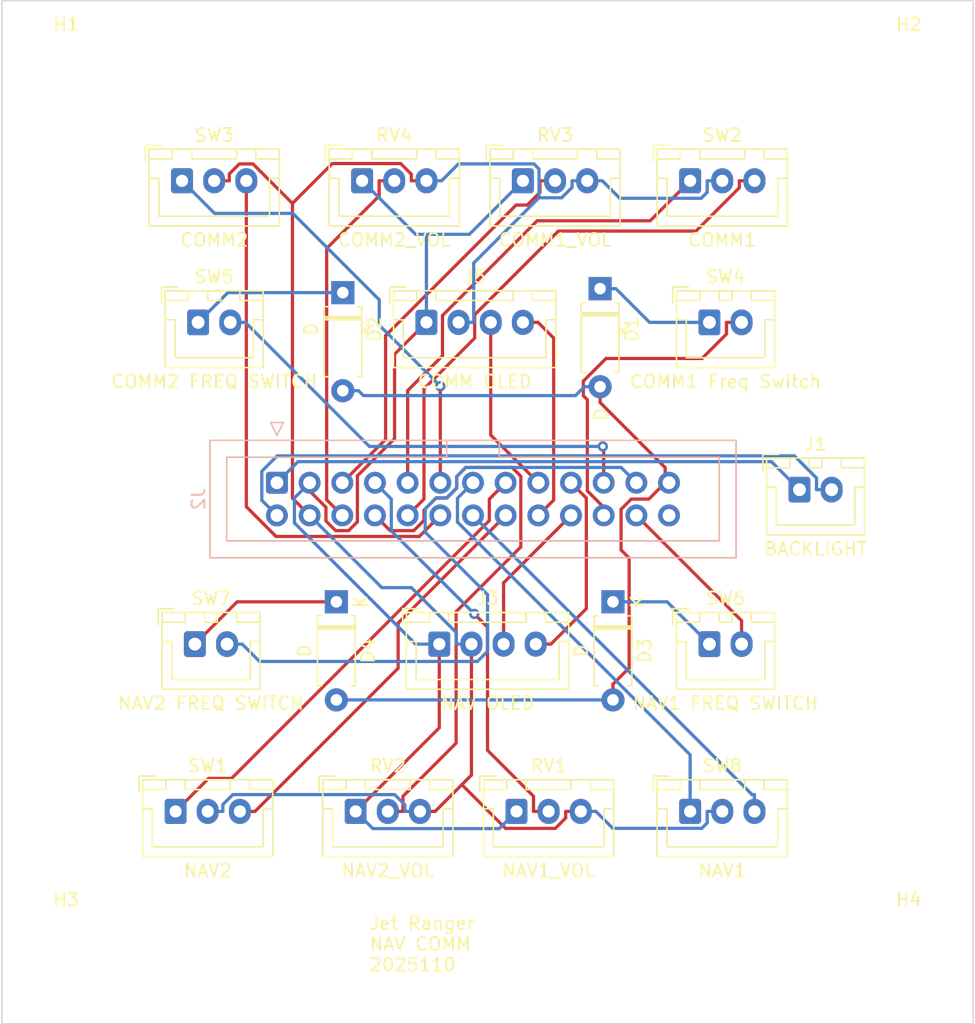
<source format=kicad_pcb>
(kicad_pcb (version 20241229) (generator "pcbnew") (generator_version "9.0")
  (layers (0 "F.Cu" signal) (2 "B.Cu" signal) (13 "F.Paste" user) (15 "B.Paste" user) (5 "F.SilkS" user "F.Silkscreen") (7 "B.SilkS" user "B.Silkscreen") (1 "F.Mask" user) (3 "B.Mask" user) (25 "Edge.Cuts" user))
  (net 0 "")
  (net 1 "Net-(D1-K)")
  (net 2 "COL0")
  (net 3 "Net-(D2-K)")
  (net 4 "Net-(D3-K)")
  (net 5 "Net-(D4-K)")
  (net 6 "COMM_OLED_SD")
  (net 7 "COMM_OLED_SC")
  (net 8 "/COMM1_VOL")
  (net 9 "/NAV2_VOL")
  (net 10 "/COMM2_VOL")
  (net 11 "GND")
  (net 12 "/NAV1_B")
  (net 13 "ROW0")
  (net 14 "ROW1")
  (net 15 "NAV_OLED_SD")
  (net 16 "NAV_OLED_SC")
  (net 17 "/COMM1_B")
  (net 18 "+3.3V")
  (net 19 "ROW2")
  (net 20 "/COMM2_A")
  (net 21 "/NAV2_A")
  (net 22 "ROW3")
  (net 23 "/COMM1_A")
  (net 24 "/COMM2_B")
  (net 25 "/BACKLIGHT_PANELS")
  (net 26 "/NAV2_B")
  (net 27 "/+12v-IN")
  (net 28 "/NAV1_A")
  (net 29 "/NAV1_VOL")
  (footprint "Connector_JST:JST_XH_B2B-XH-A_1x02_P2.50mm_Vertical" (layer "F.Cu") (at 104 127.5)
    (property "Reference" "SW7" (at 1.25 -3.55 0) (layer "F.SilkS"))
    (property "Value" "NAV2 FREQ SWITCH" (at 1.25 4.6 0) (layer "F.SilkS"))
    (pad "1" thru_hole roundrect (at 0 0) (size 1.7 2) (drill 1) (layers "*.Cu" "*.Mask") (roundrect_rratio 0.147059) (net 5 "Net-(D4-K)"))
    (pad "2" thru_hole oval (at 2.5 0) (size 1.7 2) (drill 1) (layers "*.Cu" "*.Mask") (net 14 "ROW1"))
  )
  (footprint "MountingHole:MountingHole_3.2mm_M3" (layer "F.Cu") (at 159.5 151.5)
    (property "Reference" "H4" (at 0 -4.15 0) (layer "F.SilkS"))
    (property "Value" "MountingHole")
    (pad "" np_thru_hole circle (at 0 0) (size 3.2 3.2) (drill 3.2) (layers "*.Cu" "*.Mask"))
  )
  (footprint "Connector_JST:JST_XH_B3B-XH-A_1x03_P2.50mm_Vertical" (layer "F.Cu") (at 117 91.5)
    (property "Reference" "RV4" (at 2.5 -3.55 0) (layer "F.SilkS"))
    (property "Value" "COMM2_VOL" (at 2.5 4.6 0) (layer "F.SilkS"))
    (pad "1" thru_hole roundrect (at 0 0) (size 1.7 1.95) (drill 0.95) (layers "*.Cu" "*.Mask") (roundrect_rratio 0.147059) (net 18 "+3.3V"))
    (pad "2" thru_hole oval (at 2.5 0) (size 1.7 1.95) (drill 0.95) (layers "*.Cu" "*.Mask") (net 10 "/COMM2_VOL"))
    (pad "3" thru_hole oval (at 5 0) (size 1.7 1.95) (drill 0.95) (layers "*.Cu" "*.Mask") (net 11 "GND"))
  )
  (footprint "MountingHole:MountingHole_3.2mm_M3" (layer "F.Cu") (at 94 151.5)
    (property "Reference" "H3" (at 0 -4.15 0) (layer "F.SilkS"))
    (property "Value" "MountingHole")
    (pad "" np_thru_hole circle (at 0 0) (size 3.2 3.2) (drill 3.2) (layers "*.Cu" "*.Mask"))
  )
  (footprint "Connector_JST:JST_XH_B3B-XH-A_1x03_P2.50mm_Vertical" (layer "F.Cu") (at 129 140.5)
    (property "Reference" "RV1" (at 2.5 -3.55 0) (layer "F.SilkS"))
    (property "Value" "NAV1_VOL" (at 2.5 4.6 0) (layer "F.SilkS"))
    (pad "1" thru_hole roundrect (at 0 0) (size 1.7 1.95) (drill 0.95) (layers "*.Cu" "*.Mask") (roundrect_rratio 0.147059) (net 18 "+3.3V"))
    (pad "2" thru_hole oval (at 2.5 0) (size 1.7 1.95) (drill 0.95) (layers "*.Cu" "*.Mask") (net 29 "/NAV1_VOL"))
    (pad "3" thru_hole oval (at 5 0) (size 1.7 1.95) (drill 0.95) (layers "*.Cu" "*.Mask") (net 11 "GND"))
  )
  (footprint "MountingHole:MountingHole_3.2mm_M3" (layer "F.Cu") (at 94 83.5)
    (property "Reference" "H1" (at 0 -4.15 0) (layer "F.SilkS"))
    (property "Value" "MountingHole")
    (pad "" np_thru_hole circle (at 0 0) (size 3.2 3.2) (drill 3.2) (layers "*.Cu" "*.Mask"))
  )
  (footprint "Diode_THT:D_A-405_P7.62mm_Horizontal" (layer "F.Cu") (at 115 124.215 -90)
    (property "Reference" "D4" (at 3.81 -2.47 90) (layer "F.SilkS"))
    (property "Value" "D" (at 3.81 2.47 90) (layer "F.SilkS"))
    (fp_text user "K" (at 0 -1.9 90) (layer "F.SilkS"))
    (pad "1" thru_hole rect (at 0 0 270) (size 1.8 1.8) (drill 0.9) (layers "*.Cu" "*.Mask") (net 5 "Net-(D4-K)"))
    (pad "2" thru_hole oval (at 7.62 0 270) (size 1.8 1.8) (drill 0.9) (layers "*.Cu" "*.Mask") (net 2 "COL0"))
  )
  (footprint "Connector_JST:JST_XH_B3B-XH-A_1x03_P2.50mm_Vertical" (layer "F.Cu") (at 142.5 91.5)
    (property "Reference" "SW2" (at 2.5 -3.55 0) (layer "F.SilkS"))
    (property "Value" "COMM1" (at 2.5 4.6 0) (layer "F.SilkS"))
    (pad "1" thru_hole roundrect (at 0 0) (size 1.7 1.95) (drill 0.95) (layers "*.Cu" "*.Mask") (roundrect_rratio 0.147059) (net 23 "/COMM1_A"))
    (pad "2" thru_hole oval (at 2.5 0) (size 1.7 1.95) (drill 0.95) (layers "*.Cu" "*.Mask") (net 11 "GND"))
    (pad "3" thru_hole oval (at 5 0) (size 1.7 1.95) (drill 0.95) (layers "*.Cu" "*.Mask") (net 17 "/COMM1_B"))
  )
  (footprint "Connector_JST:JST_XH_B4B-XH-A_1x04_P2.50mm_Vertical" (layer "F.Cu") (at 122 102.5)
    (property "Reference" "J5" (at 3.75 -3.55 0) (layer "F.SilkS"))
    (property "Value" "COMM OLED" (at 3.75 4.6 0) (layer "F.SilkS"))
    (pad "1" thru_hole roundrect (at 0 0) (size 1.7 1.95) (drill 0.95) (layers "*.Cu" "*.Mask") (roundrect_rratio 0.147059) (net 18 "+3.3V"))
    (pad "2" thru_hole oval (at 2.5 0) (size 1.7 1.95) (drill 0.95) (layers "*.Cu" "*.Mask") (net 11 "GND"))
    (pad "3" thru_hole oval (at 5 0) (size 1.7 1.95) (drill 0.95) (layers "*.Cu" "*.Mask") (net 7 "COMM_OLED_SC"))
    (pad "4" thru_hole oval (at 7.5 0) (size 1.7 1.95) (drill 0.95) (layers "*.Cu" "*.Mask") (net 6 "COMM_OLED_SD"))
  )
  (footprint "Connector_JST:JST_XH_B3B-XH-A_1x03_P2.50mm_Vertical" (layer "F.Cu") (at 142.5 140.5)
    (property "Reference" "SW8" (at 2.5 -3.55 0) (layer "F.SilkS"))
    (property "Value" "NAV1" (at 2.5 4.6 0) (layer "F.SilkS"))
    (pad "1" thru_hole roundrect (at 0 0) (size 1.7 1.95) (drill 0.95) (layers "*.Cu" "*.Mask") (roundrect_rratio 0.147059) (net 28 "/NAV1_A"))
    (pad "2" thru_hole oval (at 2.5 0) (size 1.7 1.95) (drill 0.95) (layers "*.Cu" "*.Mask") (net 11 "GND"))
    (pad "3" thru_hole oval (at 5 0) (size 1.7 1.95) (drill 0.95) (layers "*.Cu" "*.Mask") (net 12 "/NAV1_B"))
  )
  (footprint "Connector_JST:JST_XH_B4B-XH-A_1x04_P2.50mm_Vertical" (layer "F.Cu") (at 123 127.5)
    (property "Reference" "J3" (at 3.75 -3.55 0) (layer "F.SilkS"))
    (property "Value" "NAV OLED" (at 3.75 4.6 0) (layer "F.SilkS"))
    (pad "1" thru_hole roundrect (at 0 0) (size 1.7 1.95) (drill 0.95) (layers "*.Cu" "*.Mask") (roundrect_rratio 0.147059) (net 18 "+3.3V"))
    (pad "2" thru_hole oval (at 2.5 0) (size 1.7 1.95) (drill 0.95) (layers "*.Cu" "*.Mask") (net 11 "GND"))
    (pad "3" thru_hole oval (at 5 0) (size 1.7 1.95) (drill 0.95) (layers "*.Cu" "*.Mask") (net 16 "NAV_OLED_SC"))
    (pad "4" thru_hole oval (at 7.5 0) (size 1.7 1.95) (drill 0.95) (layers "*.Cu" "*.Mask") (net 15 "NAV_OLED_SD"))
  )
  (footprint "Connector_JST:JST_XH_B2B-XH-A_1x02_P2.50mm_Vertical" (layer "F.Cu") (at 104.25 102.5)
    (property "Reference" "SW5" (at 1.25 -3.55 0) (layer "F.SilkS"))
    (property "Value" "COMM2 FREQ SWITCH" (at 1.25 4.6 0) (layer "F.SilkS"))
    (pad "1" thru_hole roundrect (at 0 0) (size 1.7 2) (drill 1) (layers "*.Cu" "*.Mask") (roundrect_rratio 0.147059) (net 3 "Net-(D2-K)"))
    (pad "2" thru_hole oval (at 2.5 0) (size 1.7 2) (drill 1) (layers "*.Cu" "*.Mask") (net 22 "ROW3"))
  )
  (footprint "Diode_THT:D_A-405_P7.62mm_Horizontal" (layer "F.Cu") (at 115.5 100.19 -90)
    (property "Reference" "D2" (at 2.835001 -2.47 90) (layer "F.SilkS"))
    (property "Value" "D" (at 2.835 2.47 90) (layer "F.SilkS"))
    (fp_text user "K" (at 2.835 -1.9 90) (layer "F.SilkS"))
    (pad "1" thru_hole rect (at 0 0 270) (size 1.8 1.8) (drill 0.9) (layers "*.Cu" "*.Mask") (net 3 "Net-(D2-K)"))
    (pad "2" thru_hole oval (at 7.62 0 270) (size 1.8 1.8) (drill 0.9) (layers "*.Cu" "*.Mask") (net 2 "COL0"))
  )
  (footprint "Connector_JST:JST_XH_B2B-XH-A_1x02_P2.50mm_Vertical" (layer "F.Cu") (at 151 115.5)
    (property "Reference" "J1" (at 1.25 -3.55 0) (layer "F.SilkS"))
    (property "Value" "BACKLIGHT" (at 1.25 4.6 0) (layer "F.SilkS"))
    (pad "1" thru_hole roundrect (at 0 0) (size 1.7 2) (drill 1) (layers "*.Cu" "*.Mask") (roundrect_rratio 0.147059) (net 27 "/+12v-IN"))
    (pad "2" thru_hole oval (at 2.5 0) (size 1.7 2) (drill 1) (layers "*.Cu" "*.Mask") (net 25 "/BACKLIGHT_PANELS"))
  )
  (footprint "Diode_THT:D_A-405_P7.62mm_Horizontal" (layer "F.Cu") (at 135.5 99.88 -90)
    (property "Reference" "D1" (at 3.145001 -2.47 90) (layer "F.SilkS"))
    (property "Value" "D" (at 9.76 -0.1 90) (layer "F.SilkS"))
    (fp_text user "K" (at 3.145 -1.9 90) (layer "F.SilkS"))
    (pad "1" thru_hole rect (at 0 0 270) (size 1.8 1.8) (drill 0.9) (layers "*.Cu" "*.Mask") (net 1 "Net-(D1-K)"))
    (pad "2" thru_hole oval (at 7.62 0 270) (size 1.8 1.8) (drill 0.9) (layers "*.Cu" "*.Mask") (net 2 "COL0"))
  )
  (footprint "MountingHole:MountingHole_3.2mm_M3" (layer "F.Cu") (at 159.5 83.5)
    (property "Reference" "H2" (at 0 -4.15 0) (layer "F.SilkS"))
    (property "Value" "MountingHole")
    (pad "" np_thru_hole circle (at 0 0) (size 3.2 3.2) (drill 3.2) (layers "*.Cu" "*.Mask"))
  )
  (footprint "Connector_JST:JST_XH_B3B-XH-A_1x03_P2.50mm_Vertical" (layer "F.Cu") (at 129.5 91.5)
    (property "Reference" "RV3" (at 2.5 -3.55 0) (layer "F.SilkS"))
    (property "Value" "COMM1_VOL" (at 2.5 4.6 0) (layer "F.SilkS"))
    (pad "1" thru_hole roundrect (at 0 0) (size 1.7 1.95) (drill 0.95) (layers "*.Cu" "*.Mask") (roundrect_rratio 0.147059) (net 18 "+3.3V"))
    (pad "2" thru_hole oval (at 2.5 0) (size 1.7 1.95) (drill 0.95) (layers "*.Cu" "*.Mask") (net 8 "/COMM1_VOL"))
    (pad "3" thru_hole oval (at 5 0) (size 1.7 1.95) (drill 0.95) (layers "*.Cu" "*.Mask") (net 11 "GND"))
  )
  (footprint "Connector_JST:JST_XH_B3B-XH-A_1x03_P2.50mm_Vertical" (layer "F.Cu") (at 116.5 140.5)
    (property "Reference" "RV2" (at 2.5 -3.55 0) (layer "F.SilkS"))
    (property "Value" "NAV2_VOL" (at 2.5 4.6 0) (layer "F.SilkS"))
    (pad "1" thru_hole roundrect (at 0 0) (size 1.7 1.95) (drill 0.95) (layers "*.Cu" "*.Mask") (roundrect_rratio 0.147059) (net 18 "+3.3V"))
    (pad "2" thru_hole oval (at 2.5 0) (size 1.7 1.95) (drill 0.95) (layers "*.Cu" "*.Mask") (net 9 "/NAV2_VOL"))
    (pad "3" thru_hole oval (at 5 0) (size 1.7 1.95) (drill 0.95) (layers "*.Cu" "*.Mask") (net 11 "GND"))
  )
  (footprint "Diode_THT:D_A-405_P7.62mm_Horizontal" (layer "F.Cu") (at 136.5 124.215 -90)
    (property "Reference" "D3" (at 3.81 -2.47 90) (layer "F.SilkS"))
    (property "Value" "D" (at 3.81 2.47 90) (layer "F.SilkS"))
    (fp_text user "K" (at 0 -1.9 90) (layer "F.SilkS"))
    (pad "1" thru_hole rect (at 0 0 270) (size 1.8 1.8) (drill 0.9) (layers "*.Cu" "*.Mask") (net 4 "Net-(D3-K)"))
    (pad "2" thru_hole oval (at 7.62 0 270) (size 1.8 1.8) (drill 0.9) (layers "*.Cu" "*.Mask") (net 2 "COL0"))
  )
  (footprint "Connector_JST:JST_XH_B3B-XH-A_1x03_P2.50mm_Vertical" (layer "F.Cu") (at 103 91.5)
    (property "Reference" "SW3" (at 2.5 -3.55 0) (layer "F.SilkS"))
    (property "Value" "COMM2" (at 2.5 4.6 0) (layer "F.SilkS"))
    (pad "1" thru_hole roundrect (at 0 0) (size 1.7 1.95) (drill 0.95) (layers "*.Cu" "*.Mask") (roundrect_rratio 0.147059) (net 20 "/COMM2_A"))
    (pad "2" thru_hole oval (at 2.5 0) (size 1.7 1.95) (drill 0.95) (layers "*.Cu" "*.Mask") (net 11 "GND"))
    (pad "3" thru_hole oval (at 5 0) (size 1.7 1.95) (drill 0.95) (layers "*.Cu" "*.Mask") (net 24 "/COMM2_B"))
  )
  (footprint "Connector_JST:JST_XH_B3B-XH-A_1x03_P2.50mm_Vertical" (layer "F.Cu") (at 102.5 140.5)
    (property "Reference" "SW1" (at 2.5 -3.55 0) (layer "F.SilkS"))
    (property "Value" "NAV2" (at 2.5 4.6 0) (layer "F.SilkS"))
    (pad "1" thru_hole roundrect (at 0 0) (size 1.7 1.95) (drill 0.95) (layers "*.Cu" "*.Mask") (roundrect_rratio 0.147059) (net 21 "/NAV2_A"))
    (pad "2" thru_hole oval (at 2.5 0) (size 1.7 1.95) (drill 0.95) (layers "*.Cu" "*.Mask") (net 11 "GND"))
    (pad "3" thru_hole oval (at 5 0) (size 1.7 1.95) (drill 0.95) (layers "*.Cu" "*.Mask") (net 26 "/NAV2_B"))
  )
  (footprint "Connector_JST:JST_XH_B2B-XH-A_1x02_P2.50mm_Vertical" (layer "F.Cu") (at 144 102.5)
    (property "Reference" "SW4" (at 1.25 -3.55 0) (layer "F.SilkS"))
    (property "Value" "COMM1 Freq Switch" (at 1.25 4.6 0) (layer "F.SilkS"))
    (pad "1" thru_hole roundrect (at 0 0) (size 1.7 2) (drill 1) (layers "*.Cu" "*.Mask") (roundrect_rratio 0.147059) (net 1 "Net-(D1-K)"))
    (pad "2" thru_hole oval (at 2.5 0) (size 1.7 2) (drill 1) (layers "*.Cu" "*.Mask") (net 19 "ROW2"))
  )
  (footprint "Connector_JST:JST_XH_B2B-XH-A_1x02_P2.50mm_Vertical" (layer "F.Cu") (at 144 127.5)
    (property "Reference" "SW6" (at 1.25 -3.55 0) (layer "F.SilkS"))
    (property "Value" "NAV1 FREQ SWITCH" (at 1.25 4.6 0) (layer "F.SilkS"))
    (pad "1" thru_hole roundrect (at 0 0) (size 1.7 2) (drill 1) (layers "*.Cu" "*.Mask") (roundrect_rratio 0.147059) (net 4 "Net-(D3-K)"))
    (pad "2" thru_hole oval (at 2.5 0) (size 1.7 2) (drill 1) (layers "*.Cu" "*.Mask") (net 13 "ROW0"))
  )
  (footprint "Connector_IDC:IDC-Header_2x13_P2.54mm_Vertical" (layer "B.Cu") (at 110.38 114.96 -90)
    (property "Reference" "J2" (at 1.27 6.1 90) (layer "B.SilkS") (effects (justify mirror)))
    (property "Value" "NAV_COMM")
    (pad "1" thru_hole roundrect (at 0 0 270) (size 1.7 1.7) (drill 1) (layers "*.Cu" "*.Mask") (roundrect_rratio 0.147059) (net 27 "/+12v-IN"))
    (pad "2" thru_hole circle (at 2.54 0 270) (size 1.7 1.7) (drill 1) (layers "*.Cu" "*.Mask") (net 25 "/BACKLIGHT_PANELS"))
    (pad "3" thru_hole circle (at 0 -2.54 270) (size 1.7 1.7) (drill 1) (layers "*.Cu" "*.Mask") (net 18 "+3.3V"))
    (pad "4" thru_hole circle (at 2.54 -2.54 270) (size 1.7 1.7) (drill 1) (layers "*.Cu" "*.Mask") (net 11 "GND"))
    (pad "5" thru_hole circle (at 0 -5.08 270) (size 1.7 1.7) (drill 1) (layers "*.Cu" "*.Mask") (net 8 "/COMM1_VOL"))
    (pad "6" thru_hole circle (at 2.54 -5.08 270) (size 1.7 1.7) (drill 1) (layers "*.Cu" "*.Mask") (net 10 "/COMM2_VOL"))
    (pad "7" thru_hole circle (at 0 -7.62 270) (size 1.7 1.7) (drill 1) (layers "*.Cu" "*.Mask") (net 29 "/NAV1_VOL"))
    (pad "8" thru_hole circle (at 2.54 -7.62 270) (size 1.7 1.7) (drill 1) (layers "*.Cu" "*.Mask") (net 9 "/NAV2_VOL"))
    (pad "9" thru_hole circle (at 0 -10.16 270) (size 1.7 1.7) (drill 1) (layers "*.Cu" "*.Mask") (net 23 "/COMM1_A"))
    (pad "10" thru_hole circle (at 2.54 -10.16 270) (size 1.7 1.7) (drill 1) (layers "*.Cu" "*.Mask") (net 17 "/COMM1_B"))
    (pad "11" thru_hole circle (at 0 -12.7 270) (size 1.7 1.7) (drill 1) (layers "*.Cu" "*.Mask") (net 20 "/COMM2_A"))
    (pad "12" thru_hole circle (at 2.54 -12.7 270) (size 1.7 1.7) (drill 1) (layers "*.Cu" "*.Mask") (net 24 "/COMM2_B"))
    (pad "13" thru_hole circle (at 0 -15.24 270) (size 1.7 1.7) (drill 1) (layers "*.Cu" "*.Mask") (net 28 "/NAV1_A"))
    (pad "14" thru_hole circle (at 2.54 -15.24 270) (size 1.7 1.7) (drill 1) (layers "*.Cu" "*.Mask") (net 12 "/NAV1_B"))
    (pad "15" thru_hole circle (at 0 -17.78 270) (size 1.7 1.7) (drill 1) (layers "*.Cu" "*.Mask") (net 21 "/NAV2_A"))
    (pad "16" thru_hole circle (at 2.54 -17.78 270) (size 1.7 1.7) (drill 1) (layers "*.Cu" "*.Mask") (net 26 "/NAV2_B"))
    (pad "17" thru_hole circle (at 0 -20.32 270) (size 1.7 1.7) (drill 1) (layers "*.Cu" "*.Mask") (net 7 "COMM_OLED_SC"))
    (pad "18" thru_hole circle (at 2.54 -20.32 270) (size 1.7 1.7) (drill 1) (layers "*.Cu" "*.Mask") (net 6 "COMM_OLED_SD"))
    (pad "19" thru_hole circle (at 0 -22.86 270) (size 1.7 1.7) (drill 1) (layers "*.Cu" "*.Mask") (net 15 "NAV_OLED_SD"))
    (pad "20" thru_hole circle (at 2.54 -22.86 270) (size 1.7 1.7) (drill 1) (layers "*.Cu" "*.Mask") (net 16 "NAV_OLED_SC"))
    (pad "21" thru_hole circle (at 0 -25.4 270) (size 1.7 1.7) (drill 1) (layers "*.Cu" "*.Mask") (net 22 "ROW3"))
    (pad "22" thru_hole circle (at 2.54 -25.4 270) (size 1.7 1.7) (drill 1) (layers "*.Cu" "*.Mask") (net 19 "ROW2"))
    (pad "23" thru_hole circle (at 0 -27.94 270) (size 1.7 1.7) (drill 1) (layers "*.Cu" "*.Mask") (net 14 "ROW1"))
    (pad "24" thru_hole circle (at 2.54 -27.94 270) (size 1.7 1.7) (drill 1) (layers "*.Cu" "*.Mask") (net 13 "ROW0"))
    (pad "25" thru_hole circle (at 0 -30.48 270) (size 1.7 1.7) (drill 1) (layers "*.Cu" "*.Mask") (net 2 "COL0"))
    (pad "26" thru_hole circle (at 2.54 -30.48 270) (size 1.7 1.7) (drill 1) (layers "*.Cu" "*.Mask"))
  )
  (gr_rect (start 89 77.5) (end 164.5 157) (stroke (width 0.1)) (fill no) (layer "Edge.Cuts"))
  (gr_text "Jet Ranger\nNAV COMM\n2025110" (at 117.5 153 0) (layer "F.SilkS") (effects (font (size 1 1)) (justify left bottom)))
  (segment (start 139.3451 102.5) (end 136.7251 99.88) (width 0.25) (layer "B.Cu") (net 1))
  (segment (start 144 102.5) (end 139.3451 102.5) (width 0.25) (layer "B.Cu") (net 1))
  (segment (start 135.5 99.88) (end 136.7251 99.88) (width 0.25) (layer "B.Cu") (net 1))
  (segment (start 137.1314 120.1853) (end 137.1314 117.0237) (width 0.25) (layer "F.Cu") (net 2))
  (segment (start 139.2909 116.23) (end 140.5609 114.96) (width 0.25) (layer "F.Cu") (net 2))
  (segment (start 136.5 131.835) (end 136.5 130.6099) (width 0.25) (layer "F.Cu") (net 2))
  (segment (start 137.9251 116.23) (end 139.2909 116.23) (width 0.25) (layer "F.Cu") (net 2))
  (segment (start 140.5609 113.786) (end 135.5 108.7251) (width 0.25) (layer "F.Cu") (net 2))
  (segment (start 140.86 114.96) (end 140.5609 114.96) (width 0.25) (layer "F.Cu") (net 2))
  (segment (start 137.7586 129.3513) (end 137.7586 120.8125) (width 0.25) (layer "F.Cu") (net 2))
  (segment (start 137.7586 120.8125) (end 137.1314 120.1853) (width 0.25) (layer "F.Cu") (net 2))
  (segment (start 137.1314 117.0237) (end 137.9251 116.23) (width 0.25) (layer "F.Cu") (net 2))
  (segment (start 136.5 130.6099) (end 137.7586 129.3513) (width 0.25) (layer "F.Cu") (net 2))
  (segment (start 140.5609 114.96) (end 140.5609 113.786) (width 0.25) (layer "F.Cu") (net 2))
  (segment (start 135.5 107.5) (end 135.5 108.7251) (width 0.25) (layer "F.Cu") (net 2))
  (segment (start 116.7251 107.81) (end 117.1052 108.1901) (width 0.25) (layer "B.Cu") (net 2))
  (segment (start 136.5 131.835) (end 115 131.835) (width 0.25) (layer "B.Cu") (net 2))
  (segment (start 133.5848 108.1901) (end 134.2749 107.5) (width 0.25) (layer "B.Cu") (net 2))
  (segment (start 135.5 107.5) (end 134.2749 107.5) (width 0.25) (layer "B.Cu") (net 2))
  (segment (start 115.5 107.81) (end 116.7251 107.81) (width 0.25) (layer "B.Cu") (net 2))
  (segment (start 117.1052 108.1901) (end 133.5848 108.1901) (width 0.25) (layer "B.Cu") (net 2))
  (segment (start 104.25 102.5) (end 106.56 100.19) (width 0.25) (layer "B.Cu") (net 3))
  (segment (start 106.56 100.19) (end 115.5 100.19) (width 0.25) (layer "B.Cu") (net 3))
  (segment (start 140.715 124.215) (end 144 127.5) (width 0.25) (layer "B.Cu") (net 4))
  (segment (start 136.5 124.215) (end 140.715 124.215) (width 0.25) (layer "B.Cu") (net 4))
  (segment (start 107.285 124.215) (end 104 127.5) (width 0.25) (layer "F.Cu") (net 5))
  (segment (start 115 124.215) (end 107.285 124.215) (width 0.25) (layer "F.Cu") (net 5))
  (segment (start 131.8906 103.7155) (end 130.6751 102.5) (width 0.25) (layer "F.Cu") (net 6))
  (segment (start 129.5 102.5) (end 130.6751 102.5) (width 0.25) (layer "F.Cu") (net 6))
  (segment (start 131.8906 116.3094) (end 131.8906 103.7155) (width 0.25) (layer "F.Cu") (net 6))
  (segment (start 130.7 117.5) (end 131.8906 116.3094) (width 0.25) (layer "F.Cu") (net 6))
  (segment (start 130.7 114.96) (end 127 111.26) (width 0.25) (layer "F.Cu") (net 7))
  (segment (start 127 111.26) (end 127 102.5) (width 0.25) (layer "F.Cu") (net 7))
  (segment (start 128.9702 93.383) (end 118.8273 103.5259) (width 0.25) (layer "F.Cu") (net 8))
  (segment (start 118.8273 103.5259) (end 118.8273 111.5927) (width 0.25) (layer "F.Cu") (net 8))
  (segment (start 132 91.5) (end 130.8249 91.5) (width 0.25) (layer "F.Cu") (net 8))
  (segment (start 118.8273 111.5927) (end 115.46 114.96) (width 0.25) (layer "F.Cu") (net 8))
  (segment (start 130.8249 92.3935) (end 129.8354 93.383) (width 0.25) (layer "F.Cu") (net 8))
  (segment (start 129.8354 93.383) (end 128.9702 93.383) (width 0.25) (layer "F.Cu") (net 8))
  (segment (start 130.8249 91.5) (end 130.8249 92.3935) (width 0.25) (layer "F.Cu") (net 8))
  (segment (start 129.3369 114.4515) (end 129.3369 119.9501) (width 0.25) (layer "F.Cu") (net 9))
  (segment (start 124.307 124.98) (end 124.307 135.193) (width 0.25) (layer "F.Cu") (net 9))
  (segment (start 121.0194 118.6826) (end 121.81 117.892) (width 0.25) (layer "F.Cu") (net 9))
  (segment (start 124.35 115.391) (end 124.35 114.4875) (width 0.25) (layer "F.Cu") (net 9))
  (segment (start 119 140.5) (end 120.1751 140.5) (width 0.25) (layer "F.Cu") (net 9))
  (segment (start 118 117.5) (end 119.1826 118.6826) (width 0.25) (layer "F.Cu") (net 9))
  (segment (start 124.307 135.193) (end 120.1751 139.3249) (width 0.25) (layer "F.Cu") (net 9))
  (segment (start 119.1826 118.6826) (end 121.0194 118.6826) (width 0.25) (layer "F.Cu") (net 9))
  (segment (start 125.0751 113.7624) (end 128.6478 113.7624) (width 0.25) (layer "F.Cu") (net 9))
  (segment (start 123.6058 116.1352) (end 124.35 115.391) (width 0.25) (layer "F.Cu") (net 9))
  (segment (start 129.3369 119.9501) (end 124.307 124.98) (width 0.25) (layer "F.Cu") (net 9))
  (segment (start 122.7655 116.1352) (end 123.6058 116.1352) (width 0.25) (layer "F.Cu") (net 9))
  (segment (start 121.81 117.892) (end 121.81 117.0907) (width 0.25) (layer "F.Cu") (net 9))
  (segment (start 120.1751 139.3249) (end 120.1751 140.5) (width 0.25) (layer "F.Cu") (net 9))
  (segment (start 128.6478 113.7624) (end 129.3369 114.4515) (width 0.25) (layer "F.Cu") (net 9))
  (segment (start 121.81 117.0907) (end 122.7655 116.1352) (width 0.25) (layer "F.Cu") (net 9))
  (segment (start 124.35 114.4875) (end 125.0751 113.7624) (width 0.25) (layer "F.Cu") (net 9))
  (segment (start 114.2449 96.7551) (end 118.3249 92.6751) (width 0.25) (layer "F.Cu") (net 10))
  (segment (start 118.3249 92.6751) (end 118.3249 91.5) (width 0.25) (layer "F.Cu") (net 10))
  (segment (start 114.2449 116.2849) (end 114.2449 96.7551) (width 0.25) (layer "F.Cu") (net 10))
  (segment (start 119.5 91.5) (end 118.3249 91.5) (width 0.25) (layer "F.Cu") (net 10))
  (segment (start 115.46 117.5) (end 114.2449 116.2849) (width 0.25) (layer "F.Cu") (net 10))
  (segment (start 132.8249 140.5) (end 132.8249 141.0141) (width 0.25) (layer "F.Cu") (net 11))
  (segment (start 105.5 91.5) (end 106.6751 91.5) (width 0.25) (layer "F.Cu") (net 11))
  (segment (start 114.6815 90.1589) (end 111.5848 93.2556) (width 0.25) (layer "F.Cu") (net 11))
  (segment (start 119.9979 90.1589) (end 114.6815 90.1589) (width 0.25) (layer "F.Cu") (net 11))
  (segment (start 106.6751 90.9645) (end 106.6751 91.5) (width 0.25) (layer "F.Cu") (net 11))
  (segment (start 120.8249 90.9859) (end 119.9979 90.1589) (width 0.25) (layer "F.Cu") (net 11))
  (segment (start 112.92 117.5) (end 111.5848 116.1648) (width 0.25) (layer "F.Cu") (net 11))
  (segment (start 132.0196 141.8194) (end 128.152 141.8194) (width 0.25) (layer "F.Cu") (net 11))
  (segment (start 125.5 137.6751) (end 124.7539 138.4212) (width 0.25) (layer "F.Cu") (net 11))
  (segment (start 122 91.5) (end 120.8249 91.5) (width 0.25) (layer "F.Cu") (net 11))
  (segment (start 128.152 141.8194) (end 124.7539 138.4212) (width 0.25) (layer "F.Cu") (net 11))
  (segment (start 121.5 140.5) (end 122.6751 140.5) (width 0.25) (layer "F.Cu") (net 11))
  (segment (start 120.8249 91.5) (end 120.8249 90.9859) (width 0.25) (layer "F.Cu") (net 11))
  (segment (start 107.4514 90.1882) (end 106.6751 90.9645) (width 0.25) (layer "F.Cu") (net 11))
  (segment (start 132.8249 141.0141) (end 132.0196 141.8194) (width 0.25) (layer "F.Cu") (net 11))
  (segment (start 124.7539 138.4212) (end 122.6751 140.5) (width 0.25) (layer "F.Cu") (net 11))
  (segment (start 125.5 127.5) (end 125.5 137.6751) (width 0.25) (layer "F.Cu") (net 11))
  (segment (start 108.5174 90.1882) (end 107.4514 90.1882) (width 0.25) (layer "F.Cu") (net 11))
  (segment (start 134 140.5) (end 132.8249 140.5) (width 0.25) (layer "F.Cu") (net 11))
  (segment (start 111.5848 116.1648) (end 111.5848 93.2556) (width 0.25) (layer "F.Cu") (net 11))
  (segment (start 111.5848 93.2556) (end 108.5174 90.1882) (width 0.25) (layer "F.Cu") (net 11))
  (segment (start 121.5 140.5) (end 120.3249 140.5) (width 0.25) (layer "B.Cu") (net 11))
  (segment (start 145 140.5) (end 143.8249 140.5) (width 0.25) (layer "B.Cu") (net 11))
  (segment (start 120.8322 123.1138) (end 118.5338 123.1138) (width 0.25) (layer "B.Cu") (net 11))
  (segment (start 135.1751 140.5) (end 136.4889 141.8138) (width 0.25) (layer "B.Cu") (net 11))
  (segment (start 130.7505 92.817) (end 125.6751 97.8924) (width 0.25) (layer "B.Cu") (net 11))
  (segment (start 130.7505 92.817) (end 132.5151 92.817) (width 0.25) (layer "B.Cu") (net 11))
  (segment (start 120.3249 139.9859) (end 119.5314 139.1924) (width 0.25) (layer "B.Cu") (net 11))
  (segment (start 134 140.5) (end 135.1751 140.5) (width 0.25) (layer "B.Cu") (net 11))
  (segment (start 133.3249 92.0072) (end 133.3249 91.5) (width 0.25) (layer "B.Cu") (net 11))
  (segment (start 106.9472 139.1924) (end 106.1751 139.9645) (width 0.25) (layer "B.Cu") (net 11))
  (segment (start 123.1751 91.5) (end 124.4893 90.1858) (width 0.25) (layer "B.Cu") (net 11))
  (segment (start 143.4046 141.8138) (end 143.8249 141.3935) (width 0.25) (layer "B.Cu") (net 11))
  (segment (start 120.3249 140.5) (end 120.3249 139.9859) (width 0.25) (layer "B.Cu") (net 11))
  (segment (start 118.5338 123.1138) (end 112.92 117.5) (width 0.25) (layer "B.Cu") (net 11))
  (segment (start 105 140.5) (end 106.1751 140.5) (width 0.25) (layer "B.Cu") (net 11))
  (segment (start 124.5 102.5) (end 125.6751 102.5) (width 0.25) (layer "B.Cu") (net 11))
  (segment (start 119.5314 139.1924) (end 106.9472 139.1924) (width 0.25) (layer "B.Cu") (net 11))
  (segment (start 143.8249 141.3935) (end 143.8249 140.5) (width 0.25) (layer "B.Cu") (net 11))
  (segment (start 130.7505 90.5802) (end 130.7505 92.817) (width 0.25) (layer "B.Cu") (net 11))
  (segment (start 143.3624 92.856) (end 143.8249 92.3935) (width 0.25) (layer "B.Cu") (net 11))
  (segment (start 124.3249 127.5) (end 124.3249 126.6065) (width 0.25) (layer "B.Cu") (net 11))
  (segment (start 132.5151 92.817) (end 133.3249 92.0072) (width 0.25) (layer "B.Cu") (net 11))
  (segment (start 145 91.5) (end 143.8249 91.5) (width 0.25) (layer "B.Cu") (net 11))
  (segment (start 134.5 91.5) (end 133.3249 91.5) (width 0.25) (layer "B.Cu") (net 11))
  (segment (start 130.3561 90.1858) (end 130.7505 90.5802) (width 0.25) (layer "B.Cu") (net 11))
  (segment (start 124.3249 126.6065) (end 120.8322 123.1138) (width 0.25) (layer "B.Cu") (net 11))
  (segment (start 135.6751 91.5) (end 137.0311 92.856) (width 0.25) (layer "B.Cu") (net 11))
  (segment (start 122 91.5) (end 123.1751 91.5) (width 0.25) (layer "B.Cu") (net 11))
  (segment (start 143.8249 92.3935) (end 143.8249 91.5) (width 0.25) (layer "B.Cu") (net 11))
  (segment (start 124.4893 90.1858) (end 130.3561 90.1858) (width 0.25) (layer "B.Cu") (net 11))
  (segment (start 136.4889 141.8138) (end 143.4046 141.8138) (width 0.25) (layer "B.Cu") (net 11))
  (segment (start 106.1751 139.9645) (end 106.1751 140.5) (width 0.25) (layer "B.Cu") (net 11))
  (segment (start 125.6751 97.8924) (end 125.6751 102.5) (width 0.25) (layer "B.Cu") (net 11))
  (segment (start 134.5 91.5) (end 135.6751 91.5) (width 0.25) (layer "B.Cu") (net 11))
  (segment (start 137.0311 92.856) (end 143.3624 92.856) (width 0.25) (layer "B.Cu") (net 11))
  (segment (start 125.5 127.5) (end 124.3249 127.5) (width 0.25) (layer "B.Cu") (net 11))
  (segment (start 125.62 117.5) (end 147.3199 139.1999) (width 0.25) (layer "B.Cu") (net 12))
  (segment (start 147.3199 139.1999) (end 147.5 139.1999) (width 0.25) (layer "B.Cu") (net 12))
  (segment (start 147.5 140.5) (end 147.5 139.1999) (width 0.25) (layer "B.Cu") (net 12))
  (segment (start 138.32 117.5) (end 146.5 125.68) (width 0.25) (layer "F.Cu") (net 13))
  (segment (start 146.5 125.68) (end 146.5 127.5) (width 0.25) (layer "F.Cu") (net 13))
  (segment (start 107.6751 127.5) (end 109.0238 128.8487) (width 0.25) (layer "B.Cu") (net 14))
  (segment (start 124.3564 114.4659) (end 125.0504 113.7719) (width 0.25) (layer "B.Cu") (net 14))
  (segment (start 106.5 127.5) (end 107.6751 127.5) (width 0.25) (layer "B.Cu") (net 14))
  (segment (start 122.7244 116.1653) (end 123.541 116.1653) (width 0.25) (layer "B.Cu") (net 14))
  (segment (start 137.1319 113.7719) (end 138.32 114.96) (width 0.25) (layer "B.Cu") (net 14))
  (segment (start 123.541 116.1653) (end 124.3564 115.3499) (width 0.25) (layer "B.Cu") (net 14))
  (segment (start 126.75 123.652) (end 121.9048 118.8068) (width 0.25) (layer "B.Cu") (net 14))
  (segment (start 121.9048 118.8068) (end 121.9048 116.9849) (width 0.25) (layer "B.Cu") (net 14))
  (segment (start 121.9048 116.9849) (end 122.7244 116.1653) (width 0.25) (layer "B.Cu") (net 14))
  (segment (start 109.0238 128.8487) (end 125.964 128.8487) (width 0.25) (layer "B.Cu") (net 14))
  (segment (start 125.0504 113.7719) (end 137.1319 113.7719) (width 0.25) (layer "B.Cu") (net 14))
  (segment (start 126.75 128.0627) (end 126.75 123.652) (width 0.25) (layer "B.Cu") (net 14))
  (segment (start 124.3564 115.3499) (end 124.3564 114.4659) (width 0.25) (layer "B.Cu") (net 14))
  (segment (start 125.964 128.8487) (end 126.75 128.0627) (width 0.25) (layer "B.Cu") (net 14))
  (segment (start 130.5 127.5) (end 131.6751 127.5) (width 0.25) (layer "F.Cu") (net 15))
  (segment (start 134.4306 116.1506) (end 134.4306 124.7445) (width 0.25) (layer "F.Cu") (net 15))
  (segment (start 133.24 114.96) (end 134.4306 116.1506) (width 0.25) (layer "F.Cu") (net 15))
  (segment (start 134.4306 124.7445) (end 131.6751 127.5) (width 0.25) (layer "F.Cu") (net 15))
  (segment (start 133.24 117.5) (end 128 122.74) (width 0.25) (layer "F.Cu") (net 16))
  (segment (start 128 122.74) (end 128 127.5) (width 0.25) (layer "F.Cu") (net 16))
  (segment (start 146.3249 92.0355) (end 146.3249 91.5) (width 0.25) (layer "F.Cu") (net 17))
  (segment (start 125.75 103.7266) (end 125.75 101.9103) (width 0.25) (layer "F.Cu") (net 17))
  (segment (start 132.2562 95.4041) (end 142.9563 95.4041) (width 0.25) (layer "F.Cu") (net 17))
  (segment (start 121.81 107.6666) (end 125.75 103.7266) (width 0.25) (layer "F.Cu") (net 17))
  (segment (start 121.81 116.23) (end 121.81 107.6666) (width 0.25) (layer "F.Cu") (net 17))
  (segment (start 120.54 117.5) (end 121.81 116.23) (width 0.25) (layer "F.Cu") (net 17))
  (segment (start 142.9563 95.4041) (end 146.3249 92.0355) (width 0.25) (layer "F.Cu") (net 17))
  (segment (start 125.75 101.9103) (end 132.2562 95.4041) (width 0.25) (layer "F.Cu") (net 17))
  (segment (start 147.5 91.5) (end 146.3249 91.5) (width 0.25) (layer "F.Cu") (net 17))
  (segment (start 114.9419 118.6828) (end 115.9519 118.6828) (width 0.25) (layer "F.Cu") (net 18))
  (segment (start 116.6352 117.9995) (end 116.6352 114.4215) (width 0.25) (layer "F.Cu") (net 18))
  (segment (start 115.9519 118.6828) (end 116.6352 117.9995) (width 0.25) (layer "F.Cu") (net 18))
  (segment (start 119.5245 111.5322) (end 119.5245 104.9755) (width 0.25) (layer "F.Cu") (net 18))
  (segment (start 123 134) (end 116.5 140.5) (width 0.25) (layer "F.Cu") (net 18))
  (segment (start 114.1901 116.8668) (end 114.1901 117.931) (width 0.25) (layer "F.Cu") (net 18))
  (segment (start 114.1901 117.931) (end 114.9419 118.6828) (width 0.25) (layer "F.Cu") (net 18))
  (segment (start 123 127.5) (end 123 134) (width 0.25) (layer "F.Cu") (net 18))
  (segment (start 112.92 114.96) (end 112.92 115.5967) (width 0.25) (layer "F.Cu") (net 18))
  (segment (start 112.92 115.5967) (end 114.1901 116.8668) (width 0.25) (layer "F.Cu") (net 18))
  (segment (start 119.5245 104.9755) (end 122 102.5) (width 0.25) (layer "F.Cu") (net 18))
  (segment (start 116.6352 114.4215) (end 119.5245 111.5322) (width 0.25) (layer "F.Cu") (net 18))
  (segment (start 111.739 118.0827) (end 121.1563 127.5) (width 0.25) (layer "B.Cu") (net 18))
  (segment (start 121.1563 127.5) (end 123 127.5) (width 0.25) (layer "B.Cu") (net 18))
  (segment (start 111.739 116.141) (end 111.739 118.0827) (width 0.25) (layer "B.Cu") (net 18))
  (segment (start 125.3437 95.6563) (end 129.5 91.5) (width 0.25) (layer "B.Cu") (net 18))
  (segment (start 116.5 140.5) (end 117.8356 141.8356) (width 0.25) (layer "B.Cu") (net 18))
  (segment (start 117.8356 141.8356) (end 127.6644 141.8356) (width 0.25) (layer "B.Cu") (net 18))
  (segment (start 122 95.6563) (end 122 102.5) (width 0.25) (layer "B.Cu") (net 18))
  (segment (start 112.92 114.96) (end 111.739 116.141) (width 0.25) (layer "B.Cu") (net 18))
  (segment (start 121.1563 95.6563) (end 122 95.6563) (width 0.25) (layer "B.Cu") (net 18))
  (segment (start 127.6644 141.8356) (end 129 140.5) (width 0.25) (layer "B.Cu") (net 18))
  (segment (start 122 95.6563) (end 125.3437 95.6563) (width 0.25) (layer "B.Cu") (net 18))
  (segment (start 117 91.5) (end 121.1563 95.6563) (width 0.25) (layer "B.Cu") (net 18))
  (segment (start 145.3249 103.406) (end 145.3249 102.5) (width 0.25) (layer "F.Cu") (net 19))
  (segment (start 135.78 117.5) (end 135.78 116.8633) (width 0.25) (layer "F.Cu") (net 19))
  (segment (start 135.78 116.8633) (end 134.51 115.5933) (width 0.25) (layer "F.Cu") (net 19))
  (segment (start 146.5 102.5) (end 145.3249 102.5) (width 0.25) (layer "F.Cu") (net 19))
  (segment (start 134.51 108.5099) (end 134.1973 108.1972) (width 0.25) (layer "F.Cu") (net 19))
  (segment (start 134.1973 108.1972) (end 134.1973 107.0678) (width 0.25) (layer "F.Cu") (net 19))
  (segment (start 134.1973 107.0678) (end 135.9594 105.3057) (width 0.25) (layer "F.Cu") (net 19))
  (segment (start 143.4252 105.3057) (end 145.3249 103.406) (width 0.25) (layer "F.Cu") (net 19))
  (segment (start 135.9594 105.3057) (end 143.4252 105.3057) (width 0.25) (layer "F.Cu") (net 19))
  (segment (start 134.51 115.5933) (end 134.51 108.5099) (width 0.25) (layer "F.Cu") (net 19))
  (segment (start 123.08 114.96) (end 123.08 107.4611) (width 0.25) (layer "F.Cu") (net 20))
  (via (at 123.08 107.4611) (size 0.8) (drill 0.4) (layers "F.Cu" "B.Cu") (net 20))
  (segment (start 103 91.5) (end 105.5297 94.0297) (width 0.25) (layer "B.Cu") (net 20))
  (segment (start 118.3334 100.7494) (end 118.3334 102.7145) (width 0.25) (layer "B.Cu") (net 20))
  (segment (start 111.6137 94.0297) (end 118.3334 100.7494) (width 0.25) (layer "B.Cu") (net 20))
  (segment (start 118.3334 102.7145) (end 123.08 107.4611) (width 0.25) (layer "B.Cu") (net 20))
  (segment (start 105.5297 94.0297) (end 111.6137 94.0297) (width 0.25) (layer "B.Cu") (net 20))
  (segment (start 126.89 116.23) (end 126.89 117.8999) (width 0.25) (layer "F.Cu") (net 21))
  (segment (start 106.8553 137.9346) (end 105.0654 137.9346) (width 0.25) (layer "F.Cu") (net 21))
  (segment (start 105.0654 137.9346) (end 102.5 140.5) (width 0.25) (layer "F.Cu") (net 21))
  (segment (start 128.16 114.96) (end 126.89 116.23) (width 0.25) (layer "F.Cu") (net 21))
  (segment (start 126.89 117.8999) (end 106.8553 137.9346) (width 0.25) (layer "F.Cu") (net 21))
  (segment (start 135.78 112.2089) (end 135.7108 112.1397) (width 0.25) (layer "F.Cu") (net 22))
  (segment (start 135.78 114.96) (end 135.78 112.2089) (width 0.25) (layer "F.Cu") (net 22))
  (via (at 135.7108 112.1397) (size 0.8) (drill 0.4) (layers "F.Cu" "B.Cu") (net 22))
  (segment (start 117.5648 112.1397) (end 107.9251 102.5) (width 0.25) (layer "B.Cu") (net 22))
  (segment (start 135.7108 112.1397) (end 117.5648 112.1397) (width 0.25) (layer "B.Cu") (net 22))
  (segment (start 106.75 102.5) (end 107.9251 102.5) (width 0.25) (layer "B.Cu") (net 22))
  (segment (start 120.54 107.8018) (end 123.2505 105.0913) (width 0.25) (layer "F.Cu") (net 23))
  (segment (start 123.2505 105.0913) (end 123.2505 101.9614) (width 0.25) (layer "F.Cu") (net 23))
  (segment (start 123.2505 101.9614) (end 130.6042 94.6077) (width 0.25) (layer "F.Cu") (net 23))
  (segment (start 120.54 114.96) (end 120.54 107.8018) (width 0.25) (layer "F.Cu") (net 23))
  (segment (start 139.3923 94.6077) (end 142.5 91.5) (width 0.25) (layer "F.Cu") (net 23))
  (segment (start 130.6042 94.6077) (end 139.3923 94.6077) (width 0.25) (layer "F.Cu") (net 23))
  (segment (start 108 91.5) (end 108 116.8261) (width 0.25) (layer "F.Cu") (net 24))
  (segment (start 108 116.8261) (end 110.3068 119.1329) (width 0.25) (layer "F.Cu") (net 24))
  (segment (start 110.3068 119.1329) (end 121.4471 119.1329) (width 0.25) (layer "F.Cu") (net 24))
  (segment (start 121.4471 119.1329) (end 123.08 117.5) (width 0.25) (layer "F.Cu") (net 24))
  (segment (start 150.6025 112.8716) (end 110.3985 112.8716) (width 0.25) (layer "B.Cu") (net 25))
  (segment (start 109.2035 116.3235) (end 110.38 117.5) (width 0.25) (layer "B.Cu") (net 25))
  (segment (start 109.2035 114.0666) (end 109.2035 116.3235) (width 0.25) (layer "B.Cu") (net 25))
  (segment (start 110.3985 112.8716) (end 109.2035 114.0666) (width 0.25) (layer "B.Cu") (net 25))
  (segment (start 152.3249 115.5) (end 152.3249 114.594) (width 0.25) (layer "B.Cu") (net 25))
  (segment (start 153.5 115.5) (end 152.3249 115.5) (width 0.25) (layer "B.Cu") (net 25))
  (segment (start 152.3249 114.594) (end 150.6025 112.8716) (width 0.25) (layer "B.Cu") (net 25))
  (segment (start 107.5 140.5) (end 108.6751 140.5) (width 0.25) (layer "F.Cu") (net 26))
  (segment (start 119.7999 129.3752) (end 108.6751 140.5) (width 0.25) (layer "F.Cu") (net 26))
  (segment (start 119.7999 125.8601) (end 119.7999 129.3752) (width 0.25) (layer "F.Cu") (net 26))
  (segment (start 128.16 117.5) (end 119.7999 125.8601) (width 0.25) (layer "F.Cu") (net 26))
  (segment (start 151 115.5) (end 148.8217 113.3217) (width 0.25) (layer "B.Cu") (net 27))
  (segment (start 148.8217 113.3217) (end 112.0183 113.3217) (width 0.25) (layer "B.Cu") (net 27))
  (segment (start 112.0183 113.3217) (end 110.38 114.96) (width 0.25) (layer "B.Cu") (net 27))
  (segment (start 124.4146 118.0168) (end 124.4146 116.1654) (width 0.25) (layer "B.Cu") (net 28))
  (segment (start 142.5 136.1022) (end 124.4146 118.0168) (width 0.25) (layer "B.Cu") (net 28))
  (segment (start 124.4146 116.1654) (end 125.62 114.96) (width 0.25) (layer "B.Cu") (net 28))
  (segment (start 142.5 140.5) (end 142.5 136.1022) (width 0.25) (layer "B.Cu") (net 28))
  (segment (start 125.7193 125.1507) (end 126.75 126.1814) (width 0.25) (layer "F.Cu") (net 29))
  (segment (start 130.3249 139.3249) (end 130.3249 140.5) (width 0.25) (layer "F.Cu") (net 29))
  (segment (start 126.75 135.75) (end 130.3249 139.3249) (width 0.25) (layer "F.Cu") (net 29))
  (segment (start 131.5 140.5) (end 130.3249 140.5) (width 0.25) (layer "F.Cu") (net 29))
  (segment (start 126.75 126.1814) (end 126.75 135.75) (width 0.25) (layer "F.Cu") (net 29))
  (via (at 125.7193 125.1507) (size 0.8) (drill 0.4) (layers "F.Cu" "B.Cu") (net 29))
  (segment (start 118 114.96) (end 119.27 116.23) (width 0.25) (layer "B.Cu") (net 29))
  (segment (start 119.27 118.7014) (end 125.7193 125.1507) (width 0.25) (layer "B.Cu") (net 29))
  (segment (start 119.27 116.23) (end 119.27 118.7014) (width 0.25) (layer "B.Cu") (net 29))
)
</source>
